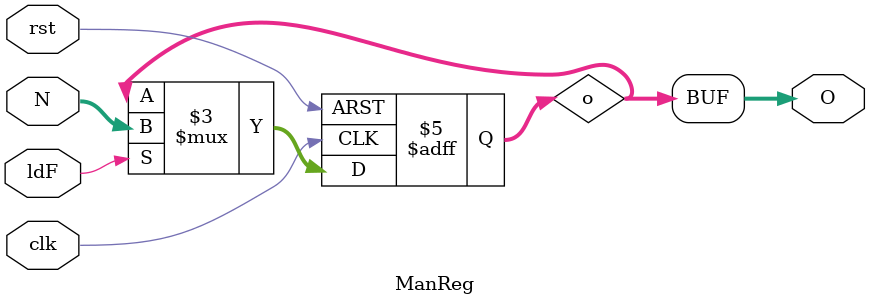
<source format=v>
module ManReg(input clk, rst, ldF, input[22:0] N, output  [22:0] O);
	reg [22:0] o ;
	always@(posedge clk, posedge rst) begin
		if(rst) o <= 23'd0;
		else
			if(ldF) o <= N;
			else o <= o;
	end
	assign O = o;

endmodule

</source>
